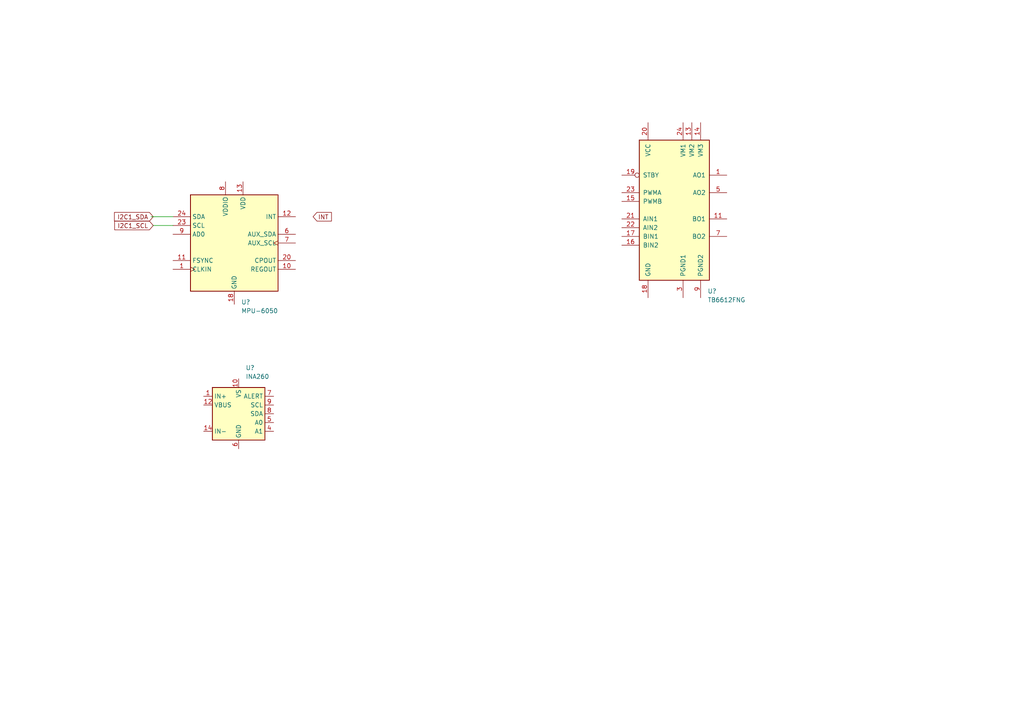
<source format=kicad_sch>
(kicad_sch (version 20211123) (generator eeschema)
  (paper "A4")
  (lib_symbols
    (symbol "Driver_Motor:TB6612FNG" (pin_names (offset 1.016))
      (property "Reference" "U" (at 11.43 17.78 0))
      (property "Value" "TB6612FNG" (at 11.43 15.24 0))
      (symbol "TB6612FNG_0_1"
        (rectangle (start -10.16 20.32) (end 10.16 -20.32) (stroke (width 0.254)) (fill (type background)))
      )
      (symbol "TB6612FNG_1_1"
        (pin output line (at 15.24 10.16 180) (length 5.08) (name "AO1") (number "1"))
        (pin passive line (at 7.62 -25.4 90) (length 5.08) hide (name "PGND2") (number "10"))
        (pin output line (at 15.24 -2.54 180) (length 5.08) (name "BO1") (number "11"))
        (pin passive line (at 15.24 -2.54 180) (length 5.08) hide (name "BO1") (number "12"))
        (pin power_in line (at 5.08 25.4 270) (length 5.08) (name "VM2") (number "13"))
        (pin power_in line (at 7.62 25.4 270) (length 5.08) (name "VM3") (number "14"))
        (pin input line (at -15.24 2.54 0) (length 5.08) (name "PWMB") (number "15"))
        (pin input line (at -15.24 -10.16 0) (length 5.08) (name "BIN2") (number "16"))
        (pin input line (at -15.24 -7.62 0) (length 5.08) (name "BIN1") (number "17"))
        (pin power_in line (at -7.62 -25.4 90) (length 5.08) (name "GND") (number "18"))
        (pin input inverted (at -15.24 10.16 0) (length 5.08) (name "STBY") (number "19"))
        (pin passive line (at 15.24 10.16 180) (length 5.08) hide (name "AO1") (number "2"))
        (pin power_in line (at -7.62 25.4 270) (length 5.08) (name "VCC") (number "20"))
        (pin input line (at -15.24 -2.54 0) (length 5.08) (name "AIN1") (number "21"))
        (pin input line (at -15.24 -5.08 0) (length 5.08) (name "AIN2") (number "22"))
        (pin input line (at -15.24 5.08 0) (length 5.08) (name "PWMA") (number "23"))
        (pin power_in line (at 2.54 25.4 270) (length 5.08) (name "VM1") (number "24"))
        (pin power_in line (at 2.54 -25.4 90) (length 5.08) (name "PGND1") (number "3"))
        (pin passive line (at 2.54 -25.4 90) (length 5.08) hide (name "PGND1") (number "4"))
        (pin output line (at 15.24 5.08 180) (length 5.08) (name "AO2") (number "5"))
        (pin passive line (at 15.24 5.08 180) (length 5.08) hide (name "AO2") (number "6"))
        (pin output line (at 15.24 -7.62 180) (length 5.08) (name "BO2") (number "7"))
        (pin passive line (at 15.24 -7.62 180) (length 5.08) hide (name "BO2") (number "8"))
        (pin power_in line (at 7.62 -25.4 90) (length 5.08) (name "PGND2") (number "9"))
      )
    )
    (symbol "Sensor:INA260"
      (property "Reference" "U" (at -6.35 8.89 0))
      (property "Value" "INA260" (at 2.54 8.89 0))
      (symbol "INA260_0_1"
        (rectangle (start -7.62 7.62) (end 7.62 -7.62) (stroke (width 0.254)) (fill (type background)))
      )
      (symbol "INA260_1_1"
        (pin passive line (at -10.16 5.08 0) (length 2.54) (name "IN+") (number "1"))
        (pin power_in line (at 0 10.16 270) (length 2.54) (name "VS") (number "10"))
        (pin passive line (at 0 -10.16 90) (length 2.54) hide (name "GND") (number "11"))
        (pin passive line (at -10.16 2.54 0) (length 2.54) (name "VBUS") (number "12"))
        (pin no_connect line (at 2.54 -7.62 90) (length 2.54) hide (name "NC") (number "13"))
        (pin passive line (at -10.16 -5.08 0) (length 2.54) (name "IN-") (number "14"))
        (pin passive line (at -10.16 -5.08 0) (length 2.54) hide (name "IN-") (number "15"))
        (pin passive line (at -10.16 -5.08 0) (length 2.54) hide (name "IN-") (number "16"))
        (pin passive line (at -10.16 5.08 0) (length 2.54) hide (name "IN+") (number "2"))
        (pin passive line (at -10.16 5.08 0) (length 2.54) hide (name "IN+") (number "3"))
        (pin input line (at 10.16 -5.08 180) (length 2.54) (name "A1") (number "4"))
        (pin input line (at 10.16 -2.54 180) (length 2.54) (name "A0") (number "5"))
        (pin power_in line (at 0 -10.16 90) (length 2.54) (name "GND") (number "6"))
        (pin open_collector line (at 10.16 5.08 180) (length 2.54) (name "ALERT") (number "7"))
        (pin bidirectional line (at 10.16 0 180) (length 2.54) (name "SDA") (number "8"))
        (pin input line (at 10.16 2.54 180) (length 2.54) (name "SCL") (number "9"))
      )
    )
    (symbol "Sensor_Motion:MPU-6050"
      (property "Reference" "U" (at -11.43 13.97 0))
      (property "Value" "MPU-6050" (at 7.62 -15.24 0))
      (symbol "MPU-6050_0_0"
        (text "" (at 12.7 -2.54 0) (effects (font (size 1.27 1.27))))
      )
      (symbol "MPU-6050_0_1"
        (rectangle (start -12.7 13.97) (end 12.7 -13.97) (stroke (width 0.254)) (fill (type background)))
      )
      (symbol "MPU-6050_1_1"
        (pin input clock (at -17.78 -7.62 0) (length 5.08) (name "CLKIN") (number "1"))
        (pin passive line (at 17.78 -7.62 180) (length 5.08) (name "REGOUT") (number "10"))
        (pin input line (at -17.78 -5.08 0) (length 5.08) (name "FSYNC") (number "11"))
        (pin output line (at 17.78 7.62 180) (length 5.08) (name "INT") (number "12"))
        (pin power_in line (at 2.54 17.78 270) (length 3.81) (name "VDD") (number "13"))
        (pin no_connect line (at -12.7 -10.16 0) (length 2.54) hide (name "NC") (number "14"))
        (pin no_connect line (at 12.7 12.7 180) (length 2.54) hide (name "NC") (number "15"))
        (pin no_connect line (at 12.7 10.16 180) (length 2.54) hide (name "NC") (number "16"))
        (pin no_connect line (at 12.7 5.08 180) (length 2.54) hide (name "NC") (number "17"))
        (pin power_in line (at 0 -17.78 90) (length 3.81) (name "GND") (number "18"))
        (pin no_connect line (at 12.7 -10.16 180) (length 2.54) hide (name "NC") (number "19"))
        (pin no_connect line (at -12.7 12.7 0) (length 2.54) hide (name "NC") (number "2"))
        (pin passive line (at 17.78 -5.08 180) (length 5.08) (name "CPOUT") (number "20"))
        (pin no_connect line (at 12.7 -2.54 180) (length 2.54) hide (name "NC") (number "21"))
        (pin no_connect line (at 12.7 -12.7 180) (length 2.54) hide (name "NC") (number "22"))
        (pin input line (at -17.78 5.08 0) (length 5.08) (name "SCL") (number "23"))
        (pin bidirectional line (at -17.78 7.62 0) (length 5.08) (name "SDA") (number "24"))
        (pin no_connect line (at -12.7 10.16 0) (length 2.54) hide (name "NC") (number "3"))
        (pin no_connect line (at -12.7 0 0) (length 2.54) hide (name "NC") (number "4"))
        (pin no_connect line (at -12.7 -2.54 0) (length 2.54) hide (name "NC") (number "5"))
        (pin bidirectional line (at 17.78 2.54 180) (length 5.08) (name "AUX_SDA") (number "6"))
        (pin output clock (at 17.78 0 180) (length 5.08) (name "AUX_SCL") (number "7"))
        (pin power_in line (at -2.54 17.78 270) (length 3.81) (name "VDDIO") (number "8"))
        (pin input line (at -17.78 2.54 0) (length 5.08) (name "AD0") (number "9"))
      )
    )
  )
  (wire (pts (xy 44.45 65.405) (xy 50.165 65.405)))
  (wire (pts (xy 43.815 62.865) (xy 50.165 62.865)))
  (global_label "I2C1_SCL" (shape input) (at 44.45 65.405 180) (property "Intersheet References" "${INTERSHEET_REFS}" (effects hide)))
  (global_label "I2C1_SDA" (shape input) (at 44.45 62.865 180) (property "Intersheet References" "${INTERSHEET_REFS}" (effects hide)))
  (global_label "INT" (shape input) (at 90.805 62.865 0) (property "Intersheet References" "${INTERSHEET_REFS}" (effects hide)))
  (symbol (lib_id "Sensor:INA260") (at 69.215 120.015 0) (unit 1)
    (property "Reference" "U?" (at 71.2344 106.68 0) (effects (justify left)))
    (property "Value" "INA260" (at 71.2344 109.22 0) (effects (justify left)))
    (property "Footprint" "Package_SO:TSSOP-16_4.4x5mm_P0.65mm" (effects hide))
    (property "Datasheet" "http://www.ti.com/lit/ds/symlink/ina260.pdf" (effects hide))
  )
  (symbol (lib_id "Driver_Motor:TB6612FNG") (at 195.58 60.96 0) (unit 1)
    (property "Reference" "U?" (at 205.2194 84.455 0) (effects (justify left)))
    (property "Value" "TB6612FNG" (at 205.2194 86.995 0) (effects (justify left)))
    (property "Footprint" "Package_SO:SSOP-24_5.3x8.2mm_P0.65mm" (effects hide))
    (property "Datasheet" "https://toshiba.semicon-storage.com/us/product/linear/motordriver/detail.TB6612FNG.html" (effects hide))
  )
  (symbol (lib_id "Sensor_Motion:MPU-6050") (at 67.945 70.485 0) (unit 1)
    (property "Reference" "U?" (at 69.9644 87.63 0) (effects (justify left)))
    (property "Value" "MPU-6050" (at 69.9644 90.17 0) (effects (justify left)))
    (property "Footprint" "Sensor_Motion:InvenSense_QFN-24_4x4mm_P0.5mm" (effects hide))
    (property "Datasheet" "https://store.invensense.com/datasheets/invensense/MPU-6050_DataSheet_V3%204.pdf" (effects hide))
  )
)
</source>
